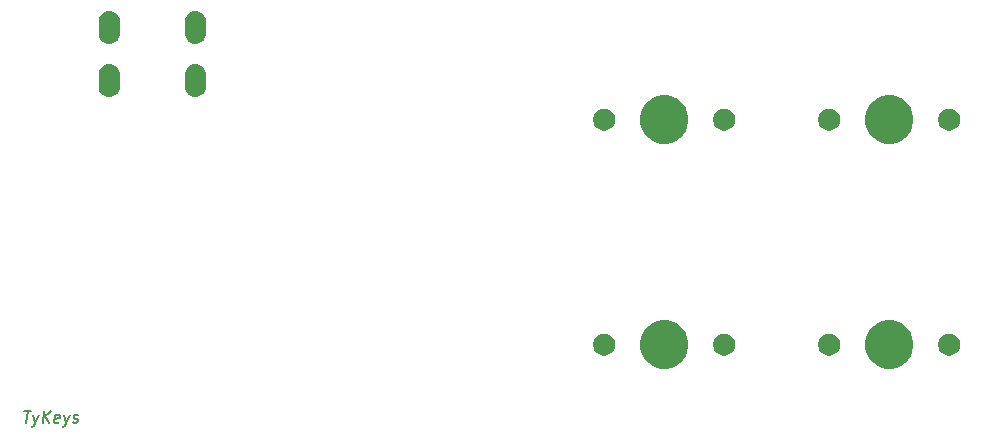
<source format=gts>
G04 #@! TF.GenerationSoftware,KiCad,Pcbnew,(5.1.4)-1*
G04 #@! TF.CreationDate,2024-07-18T00:41:49-04:00*
G04 #@! TF.ProjectId,ai03-pcb-guide,61693033-2d70-4636-922d-67756964652e,rev?*
G04 #@! TF.SameCoordinates,Original*
G04 #@! TF.FileFunction,Soldermask,Top*
G04 #@! TF.FilePolarity,Negative*
%FSLAX46Y46*%
G04 Gerber Fmt 4.6, Leading zero omitted, Abs format (unit mm)*
G04 Created by KiCad (PCBNEW (5.1.4)-1) date 2024-07-18 00:41:49*
%MOMM*%
%LPD*%
G04 APERTURE LIST*
%ADD10C,0.150000*%
%ADD11C,0.100000*%
G04 APERTURE END LIST*
D10*
X50603062Y-57999380D02*
X51174491Y-57999380D01*
X50763776Y-58999380D02*
X50888776Y-57999380D01*
X51370919Y-58332714D02*
X51525681Y-58999380D01*
X51847110Y-58332714D02*
X51525681Y-58999380D01*
X51400681Y-59237476D01*
X51347110Y-59285095D01*
X51245919Y-59332714D01*
X52144729Y-58999380D02*
X52269729Y-57999380D01*
X52716157Y-58999380D02*
X52359014Y-58427952D01*
X52841157Y-57999380D02*
X52198300Y-58570809D01*
X53531633Y-58951761D02*
X53430443Y-58999380D01*
X53239967Y-58999380D01*
X53150681Y-58951761D01*
X53114967Y-58856523D01*
X53162586Y-58475571D01*
X53222110Y-58380333D01*
X53323300Y-58332714D01*
X53513776Y-58332714D01*
X53603062Y-58380333D01*
X53638776Y-58475571D01*
X53626872Y-58570809D01*
X53138776Y-58666047D01*
X53989967Y-58332714D02*
X54144729Y-58999380D01*
X54466157Y-58332714D02*
X54144729Y-58999380D01*
X54019729Y-59237476D01*
X53966157Y-59285095D01*
X53864967Y-59332714D01*
X54722110Y-58951761D02*
X54811395Y-58999380D01*
X55001872Y-58999380D01*
X55103062Y-58951761D01*
X55162586Y-58856523D01*
X55168538Y-58808904D01*
X55132824Y-58713666D01*
X55043538Y-58666047D01*
X54900681Y-58666047D01*
X54811395Y-58618428D01*
X54775681Y-58523190D01*
X54781633Y-58475571D01*
X54841157Y-58380333D01*
X54942348Y-58332714D01*
X55085205Y-58332714D01*
X55174491Y-58380333D01*
D11*
G36*
X105371474Y-50421184D02*
G01*
X105589474Y-50511483D01*
X105743623Y-50575333D01*
X106078548Y-50799123D01*
X106363377Y-51083952D01*
X106587167Y-51418877D01*
X106619562Y-51497086D01*
X106741316Y-51791026D01*
X106819900Y-52186094D01*
X106819900Y-52588906D01*
X106741316Y-52983974D01*
X106690451Y-53106772D01*
X106587167Y-53356123D01*
X106363377Y-53691048D01*
X106078548Y-53975877D01*
X105743623Y-54199667D01*
X105589474Y-54263517D01*
X105371474Y-54353816D01*
X104976406Y-54432400D01*
X104573594Y-54432400D01*
X104178526Y-54353816D01*
X103960526Y-54263517D01*
X103806377Y-54199667D01*
X103471452Y-53975877D01*
X103186623Y-53691048D01*
X102962833Y-53356123D01*
X102859549Y-53106772D01*
X102808684Y-52983974D01*
X102730100Y-52588906D01*
X102730100Y-52186094D01*
X102808684Y-51791026D01*
X102930438Y-51497086D01*
X102962833Y-51418877D01*
X103186623Y-51083952D01*
X103471452Y-50799123D01*
X103806377Y-50575333D01*
X103960526Y-50511483D01*
X104178526Y-50421184D01*
X104573594Y-50342600D01*
X104976406Y-50342600D01*
X105371474Y-50421184D01*
X105371474Y-50421184D01*
G37*
G36*
X124421474Y-50421184D02*
G01*
X124639474Y-50511483D01*
X124793623Y-50575333D01*
X125128548Y-50799123D01*
X125413377Y-51083952D01*
X125637167Y-51418877D01*
X125669562Y-51497086D01*
X125791316Y-51791026D01*
X125869900Y-52186094D01*
X125869900Y-52588906D01*
X125791316Y-52983974D01*
X125740451Y-53106772D01*
X125637167Y-53356123D01*
X125413377Y-53691048D01*
X125128548Y-53975877D01*
X124793623Y-54199667D01*
X124639474Y-54263517D01*
X124421474Y-54353816D01*
X124026406Y-54432400D01*
X123623594Y-54432400D01*
X123228526Y-54353816D01*
X123010526Y-54263517D01*
X122856377Y-54199667D01*
X122521452Y-53975877D01*
X122236623Y-53691048D01*
X122012833Y-53356123D01*
X121909549Y-53106772D01*
X121858684Y-52983974D01*
X121780100Y-52588906D01*
X121780100Y-52186094D01*
X121858684Y-51791026D01*
X121980438Y-51497086D01*
X122012833Y-51418877D01*
X122236623Y-51083952D01*
X122521452Y-50799123D01*
X122856377Y-50575333D01*
X123010526Y-50511483D01*
X123228526Y-50421184D01*
X123623594Y-50342600D01*
X124026406Y-50342600D01*
X124421474Y-50421184D01*
X124421474Y-50421184D01*
G37*
G36*
X129175104Y-51497085D02*
G01*
X129343626Y-51566889D01*
X129495291Y-51668228D01*
X129624272Y-51797209D01*
X129725611Y-51948874D01*
X129795415Y-52117396D01*
X129831000Y-52296297D01*
X129831000Y-52478703D01*
X129795415Y-52657604D01*
X129725611Y-52826126D01*
X129624272Y-52977791D01*
X129495291Y-53106772D01*
X129343626Y-53208111D01*
X129175104Y-53277915D01*
X128996203Y-53313500D01*
X128813797Y-53313500D01*
X128634896Y-53277915D01*
X128466374Y-53208111D01*
X128314709Y-53106772D01*
X128185728Y-52977791D01*
X128084389Y-52826126D01*
X128014585Y-52657604D01*
X127979000Y-52478703D01*
X127979000Y-52296297D01*
X128014585Y-52117396D01*
X128084389Y-51948874D01*
X128185728Y-51797209D01*
X128314709Y-51668228D01*
X128466374Y-51566889D01*
X128634896Y-51497085D01*
X128813797Y-51461500D01*
X128996203Y-51461500D01*
X129175104Y-51497085D01*
X129175104Y-51497085D01*
G37*
G36*
X119015104Y-51497085D02*
G01*
X119183626Y-51566889D01*
X119335291Y-51668228D01*
X119464272Y-51797209D01*
X119565611Y-51948874D01*
X119635415Y-52117396D01*
X119671000Y-52296297D01*
X119671000Y-52478703D01*
X119635415Y-52657604D01*
X119565611Y-52826126D01*
X119464272Y-52977791D01*
X119335291Y-53106772D01*
X119183626Y-53208111D01*
X119015104Y-53277915D01*
X118836203Y-53313500D01*
X118653797Y-53313500D01*
X118474896Y-53277915D01*
X118306374Y-53208111D01*
X118154709Y-53106772D01*
X118025728Y-52977791D01*
X117924389Y-52826126D01*
X117854585Y-52657604D01*
X117819000Y-52478703D01*
X117819000Y-52296297D01*
X117854585Y-52117396D01*
X117924389Y-51948874D01*
X118025728Y-51797209D01*
X118154709Y-51668228D01*
X118306374Y-51566889D01*
X118474896Y-51497085D01*
X118653797Y-51461500D01*
X118836203Y-51461500D01*
X119015104Y-51497085D01*
X119015104Y-51497085D01*
G37*
G36*
X110125104Y-51497085D02*
G01*
X110293626Y-51566889D01*
X110445291Y-51668228D01*
X110574272Y-51797209D01*
X110675611Y-51948874D01*
X110745415Y-52117396D01*
X110781000Y-52296297D01*
X110781000Y-52478703D01*
X110745415Y-52657604D01*
X110675611Y-52826126D01*
X110574272Y-52977791D01*
X110445291Y-53106772D01*
X110293626Y-53208111D01*
X110125104Y-53277915D01*
X109946203Y-53313500D01*
X109763797Y-53313500D01*
X109584896Y-53277915D01*
X109416374Y-53208111D01*
X109264709Y-53106772D01*
X109135728Y-52977791D01*
X109034389Y-52826126D01*
X108964585Y-52657604D01*
X108929000Y-52478703D01*
X108929000Y-52296297D01*
X108964585Y-52117396D01*
X109034389Y-51948874D01*
X109135728Y-51797209D01*
X109264709Y-51668228D01*
X109416374Y-51566889D01*
X109584896Y-51497085D01*
X109763797Y-51461500D01*
X109946203Y-51461500D01*
X110125104Y-51497085D01*
X110125104Y-51497085D01*
G37*
G36*
X99965104Y-51497085D02*
G01*
X100133626Y-51566889D01*
X100285291Y-51668228D01*
X100414272Y-51797209D01*
X100515611Y-51948874D01*
X100585415Y-52117396D01*
X100621000Y-52296297D01*
X100621000Y-52478703D01*
X100585415Y-52657604D01*
X100515611Y-52826126D01*
X100414272Y-52977791D01*
X100285291Y-53106772D01*
X100133626Y-53208111D01*
X99965104Y-53277915D01*
X99786203Y-53313500D01*
X99603797Y-53313500D01*
X99424896Y-53277915D01*
X99256374Y-53208111D01*
X99104709Y-53106772D01*
X98975728Y-52977791D01*
X98874389Y-52826126D01*
X98804585Y-52657604D01*
X98769000Y-52478703D01*
X98769000Y-52296297D01*
X98804585Y-52117396D01*
X98874389Y-51948874D01*
X98975728Y-51797209D01*
X99104709Y-51668228D01*
X99256374Y-51566889D01*
X99424896Y-51497085D01*
X99603797Y-51461500D01*
X99786203Y-51461500D01*
X99965104Y-51497085D01*
X99965104Y-51497085D01*
G37*
G36*
X124421474Y-31371184D02*
G01*
X124569163Y-31432359D01*
X124793623Y-31525333D01*
X125128548Y-31749123D01*
X125413377Y-32033952D01*
X125637167Y-32368877D01*
X125669562Y-32447086D01*
X125791316Y-32741026D01*
X125869900Y-33136094D01*
X125869900Y-33538906D01*
X125791316Y-33933974D01*
X125740451Y-34056772D01*
X125637167Y-34306123D01*
X125413377Y-34641048D01*
X125128548Y-34925877D01*
X124793623Y-35149667D01*
X124639474Y-35213517D01*
X124421474Y-35303816D01*
X124026406Y-35382400D01*
X123623594Y-35382400D01*
X123228526Y-35303816D01*
X123010526Y-35213517D01*
X122856377Y-35149667D01*
X122521452Y-34925877D01*
X122236623Y-34641048D01*
X122012833Y-34306123D01*
X121909549Y-34056772D01*
X121858684Y-33933974D01*
X121780100Y-33538906D01*
X121780100Y-33136094D01*
X121858684Y-32741026D01*
X121980438Y-32447086D01*
X122012833Y-32368877D01*
X122236623Y-32033952D01*
X122521452Y-31749123D01*
X122856377Y-31525333D01*
X123080837Y-31432359D01*
X123228526Y-31371184D01*
X123623594Y-31292600D01*
X124026406Y-31292600D01*
X124421474Y-31371184D01*
X124421474Y-31371184D01*
G37*
G36*
X105371474Y-31371184D02*
G01*
X105519163Y-31432359D01*
X105743623Y-31525333D01*
X106078548Y-31749123D01*
X106363377Y-32033952D01*
X106587167Y-32368877D01*
X106619562Y-32447086D01*
X106741316Y-32741026D01*
X106819900Y-33136094D01*
X106819900Y-33538906D01*
X106741316Y-33933974D01*
X106690451Y-34056772D01*
X106587167Y-34306123D01*
X106363377Y-34641048D01*
X106078548Y-34925877D01*
X105743623Y-35149667D01*
X105589474Y-35213517D01*
X105371474Y-35303816D01*
X104976406Y-35382400D01*
X104573594Y-35382400D01*
X104178526Y-35303816D01*
X103960526Y-35213517D01*
X103806377Y-35149667D01*
X103471452Y-34925877D01*
X103186623Y-34641048D01*
X102962833Y-34306123D01*
X102859549Y-34056772D01*
X102808684Y-33933974D01*
X102730100Y-33538906D01*
X102730100Y-33136094D01*
X102808684Y-32741026D01*
X102930438Y-32447086D01*
X102962833Y-32368877D01*
X103186623Y-32033952D01*
X103471452Y-31749123D01*
X103806377Y-31525333D01*
X104030837Y-31432359D01*
X104178526Y-31371184D01*
X104573594Y-31292600D01*
X104976406Y-31292600D01*
X105371474Y-31371184D01*
X105371474Y-31371184D01*
G37*
G36*
X110125104Y-32447085D02*
G01*
X110293626Y-32516889D01*
X110445291Y-32618228D01*
X110574272Y-32747209D01*
X110675611Y-32898874D01*
X110745415Y-33067396D01*
X110781000Y-33246297D01*
X110781000Y-33428703D01*
X110745415Y-33607604D01*
X110675611Y-33776126D01*
X110574272Y-33927791D01*
X110445291Y-34056772D01*
X110293626Y-34158111D01*
X110125104Y-34227915D01*
X109946203Y-34263500D01*
X109763797Y-34263500D01*
X109584896Y-34227915D01*
X109416374Y-34158111D01*
X109264709Y-34056772D01*
X109135728Y-33927791D01*
X109034389Y-33776126D01*
X108964585Y-33607604D01*
X108929000Y-33428703D01*
X108929000Y-33246297D01*
X108964585Y-33067396D01*
X109034389Y-32898874D01*
X109135728Y-32747209D01*
X109264709Y-32618228D01*
X109416374Y-32516889D01*
X109584896Y-32447085D01*
X109763797Y-32411500D01*
X109946203Y-32411500D01*
X110125104Y-32447085D01*
X110125104Y-32447085D01*
G37*
G36*
X99965104Y-32447085D02*
G01*
X100133626Y-32516889D01*
X100285291Y-32618228D01*
X100414272Y-32747209D01*
X100515611Y-32898874D01*
X100585415Y-33067396D01*
X100621000Y-33246297D01*
X100621000Y-33428703D01*
X100585415Y-33607604D01*
X100515611Y-33776126D01*
X100414272Y-33927791D01*
X100285291Y-34056772D01*
X100133626Y-34158111D01*
X99965104Y-34227915D01*
X99786203Y-34263500D01*
X99603797Y-34263500D01*
X99424896Y-34227915D01*
X99256374Y-34158111D01*
X99104709Y-34056772D01*
X98975728Y-33927791D01*
X98874389Y-33776126D01*
X98804585Y-33607604D01*
X98769000Y-33428703D01*
X98769000Y-33246297D01*
X98804585Y-33067396D01*
X98874389Y-32898874D01*
X98975728Y-32747209D01*
X99104709Y-32618228D01*
X99256374Y-32516889D01*
X99424896Y-32447085D01*
X99603797Y-32411500D01*
X99786203Y-32411500D01*
X99965104Y-32447085D01*
X99965104Y-32447085D01*
G37*
G36*
X119015104Y-32447085D02*
G01*
X119183626Y-32516889D01*
X119335291Y-32618228D01*
X119464272Y-32747209D01*
X119565611Y-32898874D01*
X119635415Y-33067396D01*
X119671000Y-33246297D01*
X119671000Y-33428703D01*
X119635415Y-33607604D01*
X119565611Y-33776126D01*
X119464272Y-33927791D01*
X119335291Y-34056772D01*
X119183626Y-34158111D01*
X119015104Y-34227915D01*
X118836203Y-34263500D01*
X118653797Y-34263500D01*
X118474896Y-34227915D01*
X118306374Y-34158111D01*
X118154709Y-34056772D01*
X118025728Y-33927791D01*
X117924389Y-33776126D01*
X117854585Y-33607604D01*
X117819000Y-33428703D01*
X117819000Y-33246297D01*
X117854585Y-33067396D01*
X117924389Y-32898874D01*
X118025728Y-32747209D01*
X118154709Y-32618228D01*
X118306374Y-32516889D01*
X118474896Y-32447085D01*
X118653797Y-32411500D01*
X118836203Y-32411500D01*
X119015104Y-32447085D01*
X119015104Y-32447085D01*
G37*
G36*
X129175104Y-32447085D02*
G01*
X129343626Y-32516889D01*
X129495291Y-32618228D01*
X129624272Y-32747209D01*
X129725611Y-32898874D01*
X129795415Y-33067396D01*
X129831000Y-33246297D01*
X129831000Y-33428703D01*
X129795415Y-33607604D01*
X129725611Y-33776126D01*
X129624272Y-33927791D01*
X129495291Y-34056772D01*
X129343626Y-34158111D01*
X129175104Y-34227915D01*
X128996203Y-34263500D01*
X128813797Y-34263500D01*
X128634896Y-34227915D01*
X128466374Y-34158111D01*
X128314709Y-34056772D01*
X128185728Y-33927791D01*
X128084389Y-33776126D01*
X128014585Y-33607604D01*
X127979000Y-33428703D01*
X127979000Y-33246297D01*
X128014585Y-33067396D01*
X128084389Y-32898874D01*
X128185728Y-32747209D01*
X128314709Y-32618228D01*
X128466374Y-32516889D01*
X128634896Y-32447085D01*
X128813797Y-32411500D01*
X128996203Y-32411500D01*
X129175104Y-32447085D01*
X129175104Y-32447085D01*
G37*
G36*
X57964127Y-28639037D02*
G01*
X58133966Y-28690557D01*
X58290491Y-28774222D01*
X58326229Y-28803552D01*
X58427686Y-28886814D01*
X58510948Y-28988271D01*
X58540278Y-29024009D01*
X58623943Y-29180534D01*
X58675463Y-29350373D01*
X58688500Y-29482742D01*
X58688500Y-30571258D01*
X58675463Y-30703627D01*
X58623943Y-30873466D01*
X58540278Y-31029991D01*
X58510948Y-31065729D01*
X58427686Y-31167186D01*
X58290489Y-31279779D01*
X58133967Y-31363442D01*
X58133965Y-31363443D01*
X57964126Y-31414963D01*
X57787500Y-31432359D01*
X57610873Y-31414963D01*
X57441034Y-31363443D01*
X57284509Y-31279778D01*
X57248771Y-31250448D01*
X57147314Y-31167186D01*
X57034721Y-31029989D01*
X56951058Y-30873467D01*
X56951057Y-30873465D01*
X56899537Y-30703626D01*
X56886500Y-30571257D01*
X56886501Y-29482742D01*
X56899538Y-29350373D01*
X56951058Y-29180534D01*
X57034723Y-29024009D01*
X57064053Y-28988271D01*
X57147315Y-28886814D01*
X57248772Y-28803552D01*
X57284510Y-28774222D01*
X57441035Y-28690557D01*
X57610874Y-28639037D01*
X57787500Y-28621641D01*
X57964127Y-28639037D01*
X57964127Y-28639037D01*
G37*
G36*
X65264127Y-28639037D02*
G01*
X65433966Y-28690557D01*
X65590491Y-28774222D01*
X65626229Y-28803552D01*
X65727686Y-28886814D01*
X65810948Y-28988271D01*
X65840278Y-29024009D01*
X65923943Y-29180534D01*
X65975463Y-29350373D01*
X65988500Y-29482742D01*
X65988500Y-30571258D01*
X65975463Y-30703627D01*
X65923943Y-30873466D01*
X65840278Y-31029991D01*
X65810948Y-31065729D01*
X65727686Y-31167186D01*
X65590489Y-31279779D01*
X65433967Y-31363442D01*
X65433965Y-31363443D01*
X65264126Y-31414963D01*
X65087500Y-31432359D01*
X64910873Y-31414963D01*
X64741034Y-31363443D01*
X64584509Y-31279778D01*
X64548771Y-31250448D01*
X64447314Y-31167186D01*
X64334721Y-31029989D01*
X64251058Y-30873467D01*
X64251057Y-30873465D01*
X64199537Y-30703626D01*
X64186500Y-30571257D01*
X64186501Y-29482742D01*
X64199538Y-29350373D01*
X64251058Y-29180534D01*
X64334723Y-29024009D01*
X64364053Y-28988271D01*
X64447315Y-28886814D01*
X64548772Y-28803552D01*
X64584510Y-28774222D01*
X64741035Y-28690557D01*
X64910874Y-28639037D01*
X65087500Y-28621641D01*
X65264127Y-28639037D01*
X65264127Y-28639037D01*
G37*
G36*
X57964127Y-24139037D02*
G01*
X58133966Y-24190557D01*
X58290491Y-24274222D01*
X58326229Y-24303552D01*
X58427686Y-24386814D01*
X58510948Y-24488271D01*
X58540278Y-24524009D01*
X58623943Y-24680534D01*
X58675463Y-24850373D01*
X58688500Y-24982742D01*
X58688500Y-26071258D01*
X58675463Y-26203627D01*
X58623943Y-26373466D01*
X58540278Y-26529991D01*
X58510948Y-26565729D01*
X58427686Y-26667186D01*
X58290489Y-26779779D01*
X58133967Y-26863442D01*
X58133965Y-26863443D01*
X57964126Y-26914963D01*
X57787500Y-26932359D01*
X57610873Y-26914963D01*
X57441034Y-26863443D01*
X57284509Y-26779778D01*
X57248771Y-26750448D01*
X57147314Y-26667186D01*
X57034721Y-26529989D01*
X56951058Y-26373467D01*
X56951057Y-26373465D01*
X56899537Y-26203626D01*
X56886500Y-26071257D01*
X56886501Y-24982742D01*
X56899538Y-24850373D01*
X56951058Y-24680534D01*
X57034723Y-24524009D01*
X57064053Y-24488271D01*
X57147315Y-24386814D01*
X57248772Y-24303552D01*
X57284510Y-24274222D01*
X57441035Y-24190557D01*
X57610874Y-24139037D01*
X57787500Y-24121641D01*
X57964127Y-24139037D01*
X57964127Y-24139037D01*
G37*
G36*
X65264127Y-24139037D02*
G01*
X65433966Y-24190557D01*
X65590491Y-24274222D01*
X65626229Y-24303552D01*
X65727686Y-24386814D01*
X65810948Y-24488271D01*
X65840278Y-24524009D01*
X65923943Y-24680534D01*
X65975463Y-24850373D01*
X65988500Y-24982742D01*
X65988500Y-26071258D01*
X65975463Y-26203627D01*
X65923943Y-26373466D01*
X65840278Y-26529991D01*
X65810948Y-26565729D01*
X65727686Y-26667186D01*
X65590489Y-26779779D01*
X65433967Y-26863442D01*
X65433965Y-26863443D01*
X65264126Y-26914963D01*
X65087500Y-26932359D01*
X64910873Y-26914963D01*
X64741034Y-26863443D01*
X64584509Y-26779778D01*
X64548771Y-26750448D01*
X64447314Y-26667186D01*
X64334721Y-26529989D01*
X64251058Y-26373467D01*
X64251057Y-26373465D01*
X64199537Y-26203626D01*
X64186500Y-26071257D01*
X64186501Y-24982742D01*
X64199538Y-24850373D01*
X64251058Y-24680534D01*
X64334723Y-24524009D01*
X64364053Y-24488271D01*
X64447315Y-24386814D01*
X64548772Y-24303552D01*
X64584510Y-24274222D01*
X64741035Y-24190557D01*
X64910874Y-24139037D01*
X65087500Y-24121641D01*
X65264127Y-24139037D01*
X65264127Y-24139037D01*
G37*
M02*

</source>
